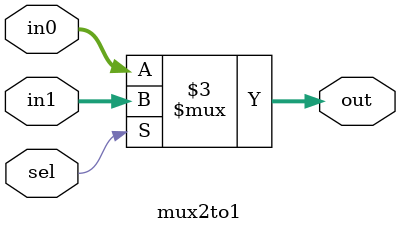
<source format=v>
module mux2to1 (
    input [15:0] in0, in1,
    input sel,
    output reg [15:0] out
);
    always @(*) begin
        if (sel)
            out = in1;
        else
            out = in0;
    end
endmodule

</source>
